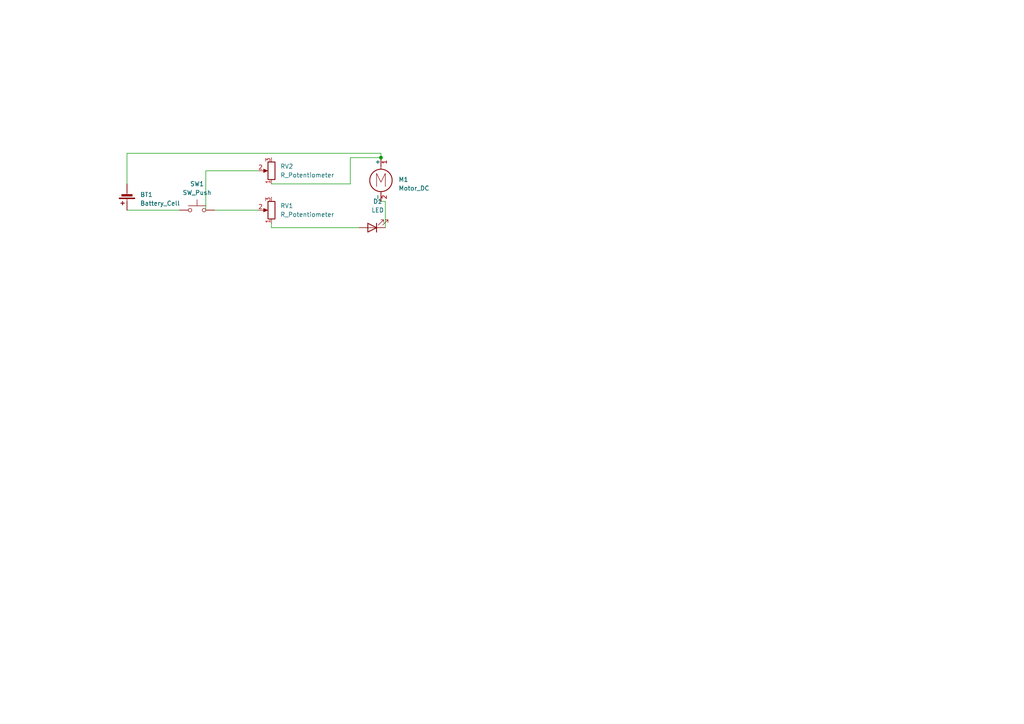
<source format=kicad_sch>
(kicad_sch (version 20250114) (generator "eeschema") (generator_version "9.0")
  (paper "A4")
  (lib_symbols
    (symbol "Device:Battery_Cell" (pin_numbers (hide yes)) (pin_names (offset 0) (hide yes))
      (property "Reference" "BT" (at 2.54 2.54 0))
      (property "Value" "Battery_Cell" (at 2.54 0 0))
      (symbol "Battery_Cell_0_1"
        (rectangle (start -2.286 1.778) (end 2.286 1.524) (fill (type outline)))
        (rectangle (start -1.524 1.016) (end 1.524 0.508) (fill (type outline)))
        (polyline (pts (xy 0 1.778) (xy 0 2.54)))
        (polyline (pts (xy 0 0.762) (xy 0 0)))
        (polyline (pts (xy 0.762 3.048) (xy 1.778 3.048)) (stroke (width 0.254)))
        (polyline (pts (xy 1.27 3.556) (xy 1.27 2.54)) (stroke (width 0.254)))
      )
      (symbol "Battery_Cell_1_1"
        (pin passive line (at 0 5.08 270) (length 2.54) (name "+") (number "1"))
        (pin passive line (at 0 -2.54 90) (length 2.54) (name "-") (number "2"))
      )
    )
    (symbol "Device:LED" (pin_numbers (hide yes)) (pin_names (offset 1.016) (hide yes))
      (property "Reference" "D" (at 0 2.54 0))
      (property "Value" "LED" (at 0 -2.54 0))
      (symbol "LED_0_1"
        (polyline (pts (xy -3.048 -0.762) (xy -4.572 -2.286) (xy -3.81 -2.286) (xy -4.572 -2.286) (xy -4.572 -1.524)))
        (polyline (pts (xy -1.778 -0.762) (xy -3.302 -2.286) (xy -2.54 -2.286) (xy -3.302 -2.286) (xy -3.302 -1.524)))
        (polyline (pts (xy -1.27 0) (xy 1.27 0)))
        (polyline (pts (xy -1.27 -1.27) (xy -1.27 1.27)) (stroke (width 0.254)))
        (polyline (pts (xy 1.27 -1.27) (xy 1.27 1.27) (xy -1.27 0) (xy 1.27 -1.27)) (stroke (width 0.254)))
      )
      (symbol "LED_1_1"
        (pin passive line (at -3.81 0 0) (length 2.54) (name "K") (number "1"))
        (pin passive line (at 3.81 0 180) (length 2.54) (name "A") (number "2"))
      )
    )
    (symbol "Device:R_Potentiometer" (pin_names (offset 1.016) (hide yes))
      (property "Reference" "RV" (at -4.445 0 90))
      (property "Value" "R_Potentiometer" (at -2.54 0 90))
      (symbol "R_Potentiometer_0_1"
        (rectangle (start 1.016 2.54) (end -1.016 -2.54) (stroke (width 0.254)))
        (polyline (pts (xy 1.143 0) (xy 2.286 0.508) (xy 2.286 -0.508) (xy 1.143 0)) (fill (type outline)))
        (polyline (pts (xy 2.54 0) (xy 1.524 0)))
      )
      (symbol "R_Potentiometer_1_1"
        (pin passive line (at 0 3.81 270) (length 1.27) (name "1") (number "1"))
        (pin passive line (at 0 -3.81 90) (length 1.27) (name "3") (number "3"))
        (pin passive line (at 3.81 0 180) (length 1.27) (name "2") (number "2"))
      )
    )
    (symbol "Motor:Motor_DC" (pin_names (offset 0))
      (property "Reference" "M" (at 2.54 2.54 0))
      (property "Value" "Motor_DC" (at 2.54 -5.08 0))
      (symbol "Motor_DC_0_0"
        (polyline (pts (xy -1.27 -3.302) (xy -1.27 0.508) (xy 0 -2.032) (xy 1.27 0.508) (xy 1.27 -3.302)))
      )
      (symbol "Motor_DC_0_1"
        (polyline (pts (xy 0 2.032) (xy 0 2.54)))
        (polyline (pts (xy 0 1.7272) (xy 0 2.0828)))
        (circle (center 0 -1.524) (radius 3.2512) (stroke (width 0.254)))
        (polyline (pts (xy 0 -4.7752) (xy 0 -5.1816)))
        (polyline (pts (xy 0 -7.62) (xy 0 -7.112)))
      )
      (symbol "Motor_DC_1_1"
        (pin passive line (at 0 5.08 270) (length 2.54) (name "+") (number "1"))
        (pin passive line (at 0 -7.62 90) (length 2.54) (name "-") (number "2"))
      )
    )
    (symbol "Switch:SW_Push" (pin_numbers (hide yes)) (pin_names (offset 1.016) (hide yes))
      (property "Reference" "SW" (at 1.27 2.54 0))
      (property "Value" "SW_Push" (at 0 -1.524 0))
      (symbol "SW_Push_0_1"
        (circle (center -2.032 0) (radius 0.508))
        (polyline (pts (xy 0 1.27) (xy 0 3.048)))
        (circle (center 2.032 0) (radius 0.508))
        (polyline (pts (xy 2.54 1.27) (xy -2.54 1.27)))
        (pin passive line (at -5.08 0 0) (length 2.54) (name "1") (number "1"))
        (pin passive line (at 5.08 0 180) (length 2.54) (name "2") (number "2"))
      )
    )
  )
  (junction (at 110.49 45.72))
  (wire (pts (xy 62.23 60.96) (xy 74.93 60.96)))
  (wire (pts (xy 101.6 45.72) (xy 110.49 45.72)))
  (wire (pts (xy 78.74 53.34) (xy 101.6 53.34)))
  (wire (pts (xy 36.83 60.96) (xy 52.07 60.96)))
  (wire (pts (xy 101.6 53.34) (xy 101.6 45.72)))
  (wire (pts (xy 78.74 64.77) (xy 78.74 66.04)))
  (wire (pts (xy 110.49 44.45) (xy 110.49 45.72)))
  (wire (pts (xy 36.83 44.45) (xy 110.49 44.45)))
  (wire (pts (xy 59.69 49.53) (xy 74.93 49.53)))
  (wire (pts (xy 78.74 66.04) (xy 104.14 66.04)))
  (wire (pts (xy 36.83 44.45) (xy 36.83 53.34)))
  (wire (pts (xy 111.76 58.42) (xy 110.49 58.42)))
  (wire (pts (xy 59.69 60.96) (xy 59.69 49.53)))
  (wire (pts (xy 111.76 66.04) (xy 111.76 58.42)))
  (symbol (lib_id "Device:R_Potentiometer") (at 78.74 60.96 180) (unit 1)
    (property "Reference" "RV1" (at 81.28 59.6899 0) (effects (justify right)))
    (property "Value" "R_Potentiometer" (at 81.28 62.2299 0) (effects (justify right)))
    (property "Footprint" "Potentiometer_THT:Potentiometer_Vishay_T73YP_Vertical" (effects (hide yes)))
    (property "Description" "Potentiometer" (effects (hide yes)))
  )
  (symbol (lib_id "Device:R_Potentiometer") (at 78.74 49.53 180) (unit 1)
    (property "Reference" "RV2" (at 81.28 48.2599 0) (effects (justify right)))
    (property "Value" "R_Potentiometer" (at 81.28 50.7999 0) (effects (justify right)))
    (property "Footprint" "Potentiometer_THT:Potentiometer_Vishay_T73YP_Vertical" (effects (hide yes)))
    (property "Description" "Potentiometer" (effects (hide yes)))
  )
  (symbol (lib_id "Device:LED") (at 107.95 66.04 180) (unit 1)
    (property "Reference" "D1" (at 109.5375 58.42 0))
    (property "Value" "LED" (at 109.5375 60.96 0))
    (property "Footprint" "LED_THT:LED_D5.0mm" (effects (hide yes)))
    (property "Description" "Light emitting diode" (effects (hide yes)))
    (property "Sim.Pins" "1=K 2=A" (effects (hide yes)))
  )
  (symbol (lib_id "Motor:Motor_DC") (at 110.49 50.8 0) (unit 1)
    (property "Reference" "M1" (at 115.57 52.0699 0) (effects (justify left)))
    (property "Value" "Motor_DC" (at 115.57 54.6099 0) (effects (justify left)))
    (property "Footprint" "Connector_PinHeader_2.54mm:PinHeader_1x02_P2.54mm_Vertical" (effects (hide yes)))
    (property "Description" "DC Motor" (effects (hide yes)))
  )
  (symbol (lib_id "Switch:SW_Push") (at 57.15 60.96 0) (unit 1)
    (property "Reference" "SW1" (at 57.15 53.34 0))
    (property "Value" "SW_Push" (at 57.15 55.88 0))
    (property "Footprint" "Button_Switch_THT:SW_PUSH_6mm" (effects (hide yes)))
    (property "Description" "Push button switch, generic, two pins" (effects (hide yes)))
  )
  (symbol (lib_id "Device:Battery_Cell") (at 36.83 55.88 180) (unit 1)
    (property "Reference" "BT1" (at 40.64 56.4514 0) (effects (justify right)))
    (property "Value" "Battery_Cell" (at 40.64 58.9914 0) (effects (justify right)))
    (property "Footprint" "Battery:BatteryHolder_Keystone_3034_1x20mm" (effects (hide yes)))
    (property "Description" "Single-cell battery" (effects (hide yes)))
  )
)
</source>
